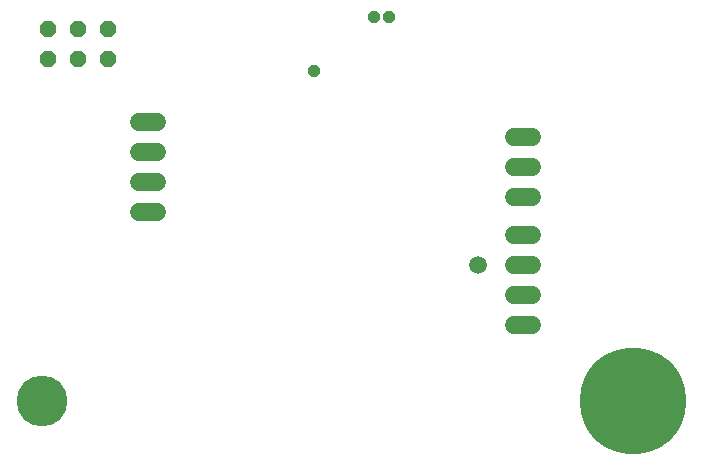
<source format=gbr>
G04 EAGLE Gerber RS-274X export*
G75*
%MOMM*%
%FSLAX34Y34*%
%LPD*%
%INSoldermask Bottom*%
%IPPOS*%
%AMOC8*
5,1,8,0,0,1.08239X$1,22.5*%
G01*
%ADD10C,1.500000*%
%ADD11C,9.000000*%
%ADD12C,4.300000*%
%ADD13P,1.484606X8X202.500000*%
%ADD14P,1.099708X8X112.500000*%
%ADD15C,1.500000*%


D10*
X132200Y285750D02*
X147200Y285750D01*
X147200Y260350D02*
X132200Y260350D01*
X132200Y234950D02*
X147200Y234950D01*
X147200Y209550D02*
X132200Y209550D01*
X449700Y114300D02*
X464700Y114300D01*
X464700Y139700D02*
X449700Y139700D01*
X449700Y165100D02*
X464700Y165100D01*
X464700Y190500D02*
X449700Y190500D01*
D11*
X550000Y50000D03*
D12*
X50000Y50000D03*
D10*
X449700Y222250D02*
X464700Y222250D01*
X464700Y247650D02*
X449700Y247650D01*
X449700Y273050D02*
X464700Y273050D01*
D13*
X105569Y365125D03*
X105569Y339725D03*
X80169Y365125D03*
X80169Y339725D03*
X54769Y365125D03*
X54769Y339725D03*
D14*
X280194Y329406D03*
X343694Y374650D03*
X330994Y374650D03*
D15*
X419100Y165100D03*
M02*

</source>
